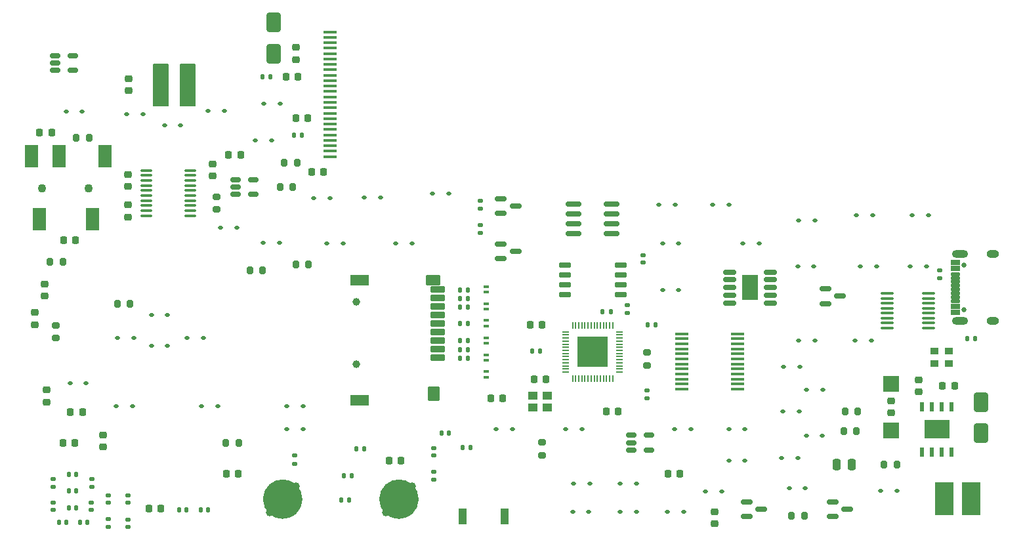
<source format=gbr>
%TF.GenerationSoftware,KiCad,Pcbnew,8.0.5-unknown-202409261835~48b9027842~ubuntu24.04.1*%
%TF.CreationDate,2024-09-28T03:00:05+08:00*%
%TF.ProjectId,EL6170_Pro_Max_Plus,454c3631-3730-45f5-9072-6f5f4d61785f,rev?*%
%TF.SameCoordinates,Original*%
%TF.FileFunction,Soldermask,Top*%
%TF.FilePolarity,Negative*%
%FSLAX46Y46*%
G04 Gerber Fmt 4.6, Leading zero omitted, Abs format (unit mm)*
G04 Created by KiCad (PCBNEW 8.0.5-unknown-202409261835~48b9027842~ubuntu24.04.1) date 2024-09-28 03:00:05*
%MOMM*%
%LPD*%
G01*
G04 APERTURE LIST*
G04 Aperture macros list*
%AMRoundRect*
0 Rectangle with rounded corners*
0 $1 Rounding radius*
0 $2 $3 $4 $5 $6 $7 $8 $9 X,Y pos of 4 corners*
0 Add a 4 corners polygon primitive as box body*
4,1,4,$2,$3,$4,$5,$6,$7,$8,$9,$2,$3,0*
0 Add four circle primitives for the rounded corners*
1,1,$1+$1,$2,$3*
1,1,$1+$1,$4,$5*
1,1,$1+$1,$6,$7*
1,1,$1+$1,$8,$9*
0 Add four rect primitives between the rounded corners*
20,1,$1+$1,$2,$3,$4,$5,0*
20,1,$1+$1,$4,$5,$6,$7,0*
20,1,$1+$1,$6,$7,$8,$9,0*
20,1,$1+$1,$8,$9,$2,$3,0*%
G04 Aperture macros list end*
%ADD10C,2.550000*%
%ADD11RoundRect,0.200000X0.200000X0.275000X-0.200000X0.275000X-0.200000X-0.275000X0.200000X-0.275000X0*%
%ADD12RoundRect,0.112500X0.187500X0.112500X-0.187500X0.112500X-0.187500X-0.112500X0.187500X-0.112500X0*%
%ADD13R,1.800000X3.000000*%
%ADD14C,1.100000*%
%ADD15RoundRect,0.135000X0.135000X0.185000X-0.135000X0.185000X-0.135000X-0.185000X0.135000X-0.185000X0*%
%ADD16RoundRect,0.112500X-0.187500X-0.112500X0.187500X-0.112500X0.187500X0.112500X-0.187500X0.112500X0*%
%ADD17RoundRect,0.140000X0.170000X-0.140000X0.170000X0.140000X-0.170000X0.140000X-0.170000X-0.140000X0*%
%ADD18RoundRect,0.150000X-0.587500X-0.150000X0.587500X-0.150000X0.587500X0.150000X-0.587500X0.150000X0*%
%ADD19RoundRect,0.225000X0.225000X0.250000X-0.225000X0.250000X-0.225000X-0.250000X0.225000X-0.250000X0*%
%ADD20RoundRect,0.147500X-0.147500X-0.172500X0.147500X-0.172500X0.147500X0.172500X-0.147500X0.172500X0*%
%ADD21RoundRect,0.218750X0.218750X0.256250X-0.218750X0.256250X-0.218750X-0.256250X0.218750X-0.256250X0*%
%ADD22RoundRect,0.100000X-0.637500X-0.100000X0.637500X-0.100000X0.637500X0.100000X-0.637500X0.100000X0*%
%ADD23RoundRect,0.225000X-0.250000X0.225000X-0.250000X-0.225000X0.250000X-0.225000X0.250000X0.225000X0*%
%ADD24RoundRect,0.147500X-0.172500X0.147500X-0.172500X-0.147500X0.172500X-0.147500X0.172500X0.147500X0*%
%ADD25RoundRect,0.135000X-0.185000X0.135000X-0.185000X-0.135000X0.185000X-0.135000X0.185000X0.135000X0*%
%ADD26RoundRect,0.140000X-0.140000X-0.170000X0.140000X-0.170000X0.140000X0.170000X-0.140000X0.170000X0*%
%ADD27RoundRect,0.225000X0.250000X-0.225000X0.250000X0.225000X-0.250000X0.225000X-0.250000X-0.225000X0*%
%ADD28C,1.000000*%
%ADD29RoundRect,0.101600X-0.800000X-0.350000X0.800000X-0.350000X0.800000X0.350000X-0.800000X0.350000X0*%
%ADD30RoundRect,0.101600X-0.800000X0.600000X-0.800000X-0.600000X0.800000X-0.600000X0.800000X0.600000X0*%
%ADD31RoundRect,0.101600X-1.100000X0.600000X-1.100000X-0.600000X1.100000X-0.600000X1.100000X0.600000X0*%
%ADD32RoundRect,0.101600X-0.700000X0.800000X-0.700000X-0.800000X0.700000X-0.800000X0.700000X0.800000X0*%
%ADD33RoundRect,0.225000X-0.225000X-0.250000X0.225000X-0.250000X0.225000X0.250000X-0.225000X0.250000X0*%
%ADD34RoundRect,0.200000X-0.200000X-0.275000X0.200000X-0.275000X0.200000X0.275000X-0.200000X0.275000X0*%
%ADD35RoundRect,0.140000X-0.170000X0.140000X-0.170000X-0.140000X0.170000X-0.140000X0.170000X0.140000X0*%
%ADD36RoundRect,0.050000X-0.300000X0.150000X-0.300000X-0.150000X0.300000X-0.150000X0.300000X0.150000X0*%
%ADD37RoundRect,0.150000X-0.512500X-0.150000X0.512500X-0.150000X0.512500X0.150000X-0.512500X0.150000X0*%
%ADD38RoundRect,0.150000X-0.825000X-0.150000X0.825000X-0.150000X0.825000X0.150000X-0.825000X0.150000X0*%
%ADD39RoundRect,0.140000X0.140000X0.170000X-0.140000X0.170000X-0.140000X-0.170000X0.140000X-0.170000X0*%
%ADD40RoundRect,0.135000X-0.135000X-0.185000X0.135000X-0.185000X0.135000X0.185000X-0.135000X0.185000X0*%
%ADD41RoundRect,0.135000X0.185000X-0.135000X0.185000X0.135000X-0.185000X0.135000X-0.185000X-0.135000X0*%
%ADD42R,2.400000X4.300000*%
%ADD43C,0.650000*%
%ADD44RoundRect,0.070000X-0.500000X0.150000X-0.500000X-0.150000X0.500000X-0.150000X0.500000X0.150000X0*%
%ADD45RoundRect,0.070000X0.500000X-0.150000X0.500000X0.150000X-0.500000X0.150000X-0.500000X-0.150000X0*%
%ADD46RoundRect,0.070000X-0.500000X0.300000X-0.500000X-0.300000X0.500000X-0.300000X0.500000X0.300000X0*%
%ADD47RoundRect,0.070000X0.500000X-0.300000X0.500000X0.300000X-0.500000X0.300000X-0.500000X-0.300000X0*%
%ADD48O,1.600000X1.000000*%
%ADD49O,2.100000X1.000000*%
%ADD50RoundRect,0.250000X0.650000X-1.000000X0.650000X1.000000X-0.650000X1.000000X-0.650000X-1.000000X0*%
%ADD51RoundRect,0.218750X-0.218750X-0.256250X0.218750X-0.256250X0.218750X0.256250X-0.218750X0.256250X0*%
%ADD52R,2.000000X2.000000*%
%ADD53RoundRect,0.200000X0.275000X-0.200000X0.275000X0.200000X-0.275000X0.200000X-0.275000X-0.200000X0*%
%ADD54R,1.000000X0.900000*%
%ADD55RoundRect,0.150000X-0.687500X-0.150000X0.687500X-0.150000X0.687500X0.150000X-0.687500X0.150000X0*%
%ADD56R,2.100000X3.300000*%
%ADD57RoundRect,0.100000X-0.712500X-0.100000X0.712500X-0.100000X0.712500X0.100000X-0.712500X0.100000X0*%
%ADD58RoundRect,0.200000X-0.275000X0.200000X-0.275000X-0.200000X0.275000X-0.200000X0.275000X0.200000X0*%
%ADD59RoundRect,0.101600X0.950000X-2.650000X0.950000X2.650000X-0.950000X2.650000X-0.950000X-2.650000X0*%
%ADD60R,1.750000X0.450000*%
%ADD61RoundRect,0.150000X-0.650000X-0.150000X0.650000X-0.150000X0.650000X0.150000X-0.650000X0.150000X0*%
%ADD62R,1.200000X1.100000*%
%ADD63R,1.800000X0.400000*%
%ADD64R,0.600000X1.200000*%
%ADD65R,3.300000X2.400000*%
%ADD66RoundRect,0.250000X-0.250000X-0.475000X0.250000X-0.475000X0.250000X0.475000X-0.250000X0.475000X0*%
%ADD67R,1.000000X2.000000*%
%ADD68RoundRect,0.050000X-0.350000X-0.050000X0.350000X-0.050000X0.350000X0.050000X-0.350000X0.050000X0*%
%ADD69RoundRect,0.050000X-0.050000X-0.350000X0.050000X-0.350000X0.050000X0.350000X-0.050000X0.350000X0*%
%ADD70R,4.000000X4.000000*%
G04 APERTURE END LIST*
%TO.C,SWRST1*%
D10*
X127275000Y-128000000D02*
G75*
G02*
X124725000Y-128000000I-1275000J0D01*
G01*
X124725000Y-128000000D02*
G75*
G02*
X127275000Y-128000000I1275000J0D01*
G01*
%TO.C,SWBOOT1*%
X142275000Y-128000000D02*
G75*
G02*
X139725000Y-128000000I-1275000J0D01*
G01*
X139725000Y-128000000D02*
G75*
G02*
X142275000Y-128000000I1275000J0D01*
G01*
%TD*%
D11*
%TO.C,R20*%
X123425000Y-98500000D03*
X121775000Y-98500000D03*
%TD*%
D12*
%TO.C,D41*%
X155650000Y-119000000D03*
X153550000Y-119000000D03*
%TD*%
D13*
%TO.C,CN1*%
X93570000Y-83770000D03*
X97170000Y-83770000D03*
X94570000Y-91830000D03*
X103070000Y-83770000D03*
X101470000Y-91830000D03*
D14*
X94970000Y-87850000D03*
X100970000Y-87850000D03*
%TD*%
D15*
%TO.C,R24*%
X149910000Y-101000000D03*
X148890000Y-101000000D03*
%TD*%
D16*
%TO.C,D54*%
X191350000Y-126600000D03*
X193450000Y-126600000D03*
%TD*%
D11*
%TO.C,R23*%
X205225000Y-123500000D03*
X203575000Y-123500000D03*
%TD*%
D17*
%TO.C,C25*%
X103500000Y-131560000D03*
X103500000Y-130600000D03*
%TD*%
D15*
%TO.C,R30*%
X149910000Y-109800000D03*
X148890000Y-109800000D03*
%TD*%
D18*
%TO.C,Q3*%
X196062500Y-100850000D03*
X196062500Y-102750000D03*
X197937500Y-101800000D03*
%TD*%
D19*
%TO.C,C7*%
X129275000Y-78800000D03*
X127725000Y-78800000D03*
%TD*%
D16*
%TO.C,D50*%
X126550000Y-116000000D03*
X128650000Y-116000000D03*
%TD*%
D20*
%TO.C,L2*%
X149230000Y-121300000D03*
X150200000Y-121300000D03*
%TD*%
D12*
%TO.C,D32*%
X176650000Y-90000000D03*
X174550000Y-90000000D03*
%TD*%
%TO.C,D31*%
X183600000Y-90000000D03*
X181500000Y-90000000D03*
%TD*%
D17*
%TO.C,C44*%
X106000000Y-131580000D03*
X106000000Y-130620000D03*
%TD*%
D21*
%TO.C,D4*%
X120587500Y-83600000D03*
X119012500Y-83600000D03*
%TD*%
D16*
%TO.C,D14*%
X130000000Y-89200000D03*
X132100000Y-89200000D03*
%TD*%
D11*
%TO.C,R18*%
X106325000Y-102800000D03*
X104675000Y-102800000D03*
%TD*%
D22*
%TO.C,U9*%
X108375000Y-85575000D03*
X108375000Y-86225000D03*
X108375000Y-86875000D03*
X108375000Y-87525000D03*
X108375000Y-88175000D03*
X108375000Y-88825000D03*
X108375000Y-89475000D03*
X108375000Y-90125000D03*
X108375000Y-90775000D03*
X108375000Y-91425000D03*
X114100000Y-91425000D03*
X114100000Y-90775000D03*
X114100000Y-90125000D03*
X114100000Y-89475000D03*
X114100000Y-88825000D03*
X114100000Y-88175000D03*
X114100000Y-87525000D03*
X114100000Y-86875000D03*
X114100000Y-86225000D03*
X114100000Y-85575000D03*
%TD*%
D23*
%TO.C,C4*%
X127700000Y-69725000D03*
X127700000Y-71275000D03*
%TD*%
D24*
%TO.C,L1*%
X145500000Y-121415000D03*
X145500000Y-122385000D03*
%TD*%
D16*
%TO.C,D20*%
X185400000Y-95000000D03*
X187500000Y-95000000D03*
%TD*%
D25*
%TO.C,R25*%
X170500000Y-102990000D03*
X170500000Y-104010000D03*
%TD*%
D19*
%TO.C,C22*%
X154375000Y-115000000D03*
X152825000Y-115000000D03*
%TD*%
%TO.C,C3*%
X127975000Y-73500000D03*
X126425000Y-73500000D03*
%TD*%
D12*
%TO.C,D33*%
X194650000Y-92000000D03*
X192550000Y-92000000D03*
%TD*%
D23*
%TO.C,C34*%
X95300000Y-100225000D03*
X95300000Y-101775000D03*
%TD*%
D26*
%TO.C,C20*%
X133920000Y-125000000D03*
X134880000Y-125000000D03*
%TD*%
D27*
%TO.C,C40*%
X204500000Y-116875000D03*
X204500000Y-115325000D03*
%TD*%
D28*
%TO.C,J2*%
X135500000Y-102550000D03*
X135500000Y-110550000D03*
D29*
X146000000Y-109750000D03*
X146000000Y-108650000D03*
X146000000Y-107550000D03*
X146000000Y-106450000D03*
X146000000Y-105350000D03*
X146000000Y-104250000D03*
X146000000Y-103150000D03*
X146000000Y-102050000D03*
X146000000Y-100950000D03*
D30*
X145400000Y-99750000D03*
D31*
X135900000Y-99750000D03*
X135900000Y-115250000D03*
D32*
X145500000Y-114350000D03*
%TD*%
D16*
%TO.C,D42*%
X162550000Y-119000000D03*
X164650000Y-119000000D03*
%TD*%
%TO.C,D39*%
X163400000Y-129600000D03*
X165500000Y-129600000D03*
%TD*%
D33*
%TO.C,C46*%
X167725000Y-116700000D03*
X169275000Y-116700000D03*
%TD*%
D34*
%TO.C,R17*%
X118675000Y-120700000D03*
X120325000Y-120700000D03*
%TD*%
D25*
%TO.C,R9*%
X151500000Y-89480000D03*
X151500000Y-90500000D03*
%TD*%
D16*
%TO.C,D63*%
X193550000Y-119800000D03*
X195650000Y-119800000D03*
%TD*%
D35*
%TO.C,C9*%
X96400000Y-125420000D03*
X96400000Y-126380000D03*
%TD*%
D26*
%TO.C,C16*%
X115440000Y-129400000D03*
X116400000Y-129400000D03*
%TD*%
D34*
%TO.C,R12*%
X126225000Y-84550000D03*
X127875000Y-84550000D03*
%TD*%
D27*
%TO.C,C35*%
X117000000Y-86275000D03*
X117000000Y-84725000D03*
%TD*%
D33*
%TO.C,C41*%
X211125000Y-113400000D03*
X212675000Y-113400000D03*
%TD*%
D12*
%TO.C,D15*%
X124600000Y-81700000D03*
X122500000Y-81700000D03*
%TD*%
D36*
%TO.C,D8*%
X152300000Y-102750000D03*
X152300000Y-103450000D03*
%TD*%
D17*
%TO.C,C10*%
X96400000Y-129380000D03*
X96400000Y-128420000D03*
%TD*%
D37*
%TO.C,U5*%
X170962500Y-119750000D03*
X170962500Y-120700000D03*
X170962500Y-121650000D03*
X173237500Y-121650000D03*
X173237500Y-119750000D03*
%TD*%
D25*
%TO.C,R6*%
X145500000Y-124490000D03*
X145500000Y-125510000D03*
%TD*%
D23*
%TO.C,C29*%
X106000000Y-86125000D03*
X106000000Y-87675000D03*
%TD*%
D12*
%TO.C,D26*%
X125600000Y-94900000D03*
X123500000Y-94900000D03*
%TD*%
D15*
%TO.C,R7*%
X174110000Y-105500000D03*
X173090000Y-105500000D03*
%TD*%
D16*
%TO.C,D44*%
X109050000Y-104200000D03*
X111150000Y-104200000D03*
%TD*%
D38*
%TO.C,U3*%
X163525000Y-89895000D03*
X163525000Y-91165000D03*
X163525000Y-92435000D03*
X163525000Y-93705000D03*
X168475000Y-93705000D03*
X168475000Y-92435000D03*
X168475000Y-91165000D03*
X168475000Y-89895000D03*
%TD*%
D16*
%TO.C,D61*%
X193600000Y-113900000D03*
X195700000Y-113900000D03*
%TD*%
D39*
%TO.C,C14*%
X99360000Y-129100000D03*
X98400000Y-129100000D03*
%TD*%
D16*
%TO.C,D38*%
X199850000Y-107500000D03*
X201950000Y-107500000D03*
%TD*%
D40*
%TO.C,R32*%
X167290000Y-103800000D03*
X168310000Y-103800000D03*
%TD*%
D12*
%TO.C,D24*%
X142700000Y-95000000D03*
X140600000Y-95000000D03*
%TD*%
D37*
%TO.C,U10*%
X96662500Y-70750000D03*
X96662500Y-71700000D03*
X96662500Y-72650000D03*
X98937500Y-72650000D03*
X98937500Y-70750000D03*
%TD*%
D41*
%TO.C,R8*%
X151500000Y-93610000D03*
X151500000Y-92590000D03*
%TD*%
D23*
%TO.C,C42*%
X208100000Y-112625000D03*
X208100000Y-114175000D03*
%TD*%
D42*
%TO.C,L6*%
X211400000Y-127900000D03*
X214800000Y-127900000D03*
%TD*%
D12*
%TO.C,D35*%
X107950000Y-78300000D03*
X105850000Y-78300000D03*
%TD*%
D36*
%TO.C,D10*%
X152300000Y-111550000D03*
X152300000Y-112250000D03*
%TD*%
D12*
%TO.C,D21*%
X177100000Y-95000000D03*
X175000000Y-95000000D03*
%TD*%
D36*
%TO.C,D7*%
X152300000Y-104950000D03*
X152300000Y-105650000D03*
%TD*%
D25*
%TO.C,R5*%
X127500000Y-122390000D03*
X127500000Y-123410000D03*
%TD*%
D43*
%TO.C,J1*%
X213938750Y-103590000D03*
X213938750Y-97810000D03*
D44*
X212833750Y-101950000D03*
X212833750Y-100950000D03*
D45*
X212833750Y-100450000D03*
X212833750Y-99450000D03*
X212833750Y-98950000D03*
X212833750Y-99950000D03*
D44*
X212833750Y-101450000D03*
X212833750Y-102450000D03*
D46*
X212833750Y-103925000D03*
D47*
X212833750Y-97475000D03*
D48*
X217588750Y-105018000D03*
D49*
X213408750Y-105018000D03*
X213408750Y-96382000D03*
D48*
X217588750Y-96382000D03*
D46*
X212833750Y-103150000D03*
D47*
X212833750Y-98250000D03*
%TD*%
D50*
%TO.C,D3*%
X124800000Y-70500000D03*
X124800000Y-66500000D03*
%TD*%
D40*
%TO.C,R2*%
X214290000Y-107300000D03*
X215310000Y-107300000D03*
%TD*%
D12*
%TO.C,D22*%
X177100000Y-101000000D03*
X175000000Y-101000000D03*
%TD*%
D34*
%TO.C,R13*%
X95975000Y-97400000D03*
X97625000Y-97400000D03*
%TD*%
D16*
%TO.C,D57*%
X175650000Y-129600000D03*
X177750000Y-129600000D03*
%TD*%
%TO.C,D43*%
X113650000Y-107200000D03*
X115750000Y-107200000D03*
%TD*%
D39*
%TO.C,C24*%
X99380000Y-124800000D03*
X98420000Y-124800000D03*
%TD*%
D16*
%TO.C,D56*%
X183550000Y-123000000D03*
X185650000Y-123000000D03*
%TD*%
D18*
%TO.C,Q4*%
X185862500Y-128350000D03*
X185862500Y-130250000D03*
X187737500Y-129300000D03*
%TD*%
D12*
%TO.C,D16*%
X112850000Y-79800000D03*
X110750000Y-79800000D03*
%TD*%
D16*
%TO.C,D47*%
X104550000Y-116000000D03*
X106650000Y-116000000D03*
%TD*%
D11*
%TO.C,R34*%
X200025000Y-119200000D03*
X198375000Y-119200000D03*
%TD*%
D15*
%TO.C,R26*%
X149910000Y-107500000D03*
X148890000Y-107500000D03*
%TD*%
D33*
%TO.C,C23*%
X158425000Y-112500000D03*
X159975000Y-112500000D03*
%TD*%
D51*
%TO.C,D1*%
X118725000Y-124700000D03*
X120300000Y-124700000D03*
%TD*%
D40*
%TO.C,R1*%
X127490000Y-81000000D03*
X128510000Y-81000000D03*
%TD*%
D12*
%TO.C,D29*%
X202650000Y-98000000D03*
X200550000Y-98000000D03*
%TD*%
D18*
%TO.C,Q5*%
X196962500Y-128350000D03*
X196962500Y-130250000D03*
X198837500Y-129300000D03*
%TD*%
D17*
%TO.C,C18*%
X106000000Y-128480000D03*
X106000000Y-127520000D03*
%TD*%
D19*
%TO.C,C28*%
X96175000Y-80700000D03*
X94625000Y-80700000D03*
%TD*%
D52*
%TO.C,BAT-1*%
X204500000Y-113100000D03*
%TD*%
D53*
%TO.C,R21*%
X159500000Y-122325000D03*
X159500000Y-120675000D03*
%TD*%
D26*
%TO.C,C13*%
X97120000Y-131000000D03*
X98080000Y-131000000D03*
%TD*%
D17*
%TO.C,C45*%
X103500000Y-128460000D03*
X103500000Y-127500000D03*
%TD*%
D23*
%TO.C,C1*%
X102800000Y-119725000D03*
X102800000Y-121275000D03*
%TD*%
D16*
%TO.C,D48*%
X183550000Y-119000000D03*
X185650000Y-119000000D03*
%TD*%
D28*
%TO.C,SWRST1*%
X124300000Y-129700000D03*
X127700000Y-126300000D03*
%TD*%
D17*
%TO.C,C12*%
X101300000Y-129380000D03*
X101300000Y-128420000D03*
%TD*%
D19*
%TO.C,C27*%
X99275000Y-94600000D03*
X97725000Y-94600000D03*
%TD*%
D16*
%TO.C,D36*%
X109050000Y-108200000D03*
X111150000Y-108200000D03*
%TD*%
%TO.C,D40*%
X192550000Y-107500000D03*
X194650000Y-107500000D03*
%TD*%
%TO.C,D64*%
X190350000Y-122700000D03*
X192450000Y-122700000D03*
%TD*%
%TO.C,D46*%
X98550000Y-113000000D03*
X100650000Y-113000000D03*
%TD*%
D15*
%TO.C,R28*%
X149910000Y-103200000D03*
X148890000Y-103200000D03*
%TD*%
D16*
%TO.C,D51*%
X126550000Y-119000000D03*
X128650000Y-119000000D03*
%TD*%
D27*
%TO.C,C31*%
X94000000Y-105475000D03*
X94000000Y-103925000D03*
%TD*%
D40*
%TO.C,R4*%
X133580000Y-128100000D03*
X134600000Y-128100000D03*
%TD*%
D54*
%TO.C,X2*%
X210080000Y-108920000D03*
X211920000Y-108920000D03*
X211920000Y-110480000D03*
X210080000Y-110480000D03*
%TD*%
D34*
%TO.C,R16*%
X125675000Y-87700000D03*
X127325000Y-87700000D03*
%TD*%
D19*
%TO.C,C6*%
X100175000Y-116800000D03*
X98625000Y-116800000D03*
%TD*%
D55*
%TO.C,U6*%
X183662500Y-98700000D03*
X183662500Y-99700000D03*
X183662500Y-100700000D03*
X183662500Y-101700000D03*
X183662500Y-102700000D03*
X188937500Y-102700000D03*
X188937500Y-101700000D03*
X188937500Y-100700000D03*
X188937500Y-99700000D03*
X188937500Y-98700000D03*
D56*
X186300000Y-100700000D03*
%TD*%
D12*
%TO.C,D49*%
X178650000Y-119000000D03*
X176550000Y-119000000D03*
%TD*%
D57*
%TO.C,U8*%
X204025000Y-101455000D03*
X204025000Y-102090000D03*
X204025000Y-102725000D03*
X204025000Y-103360000D03*
X204025000Y-103995000D03*
X204025000Y-104630000D03*
X204025000Y-105265000D03*
X204025000Y-105900000D03*
X209300000Y-105900000D03*
X209300000Y-105265000D03*
X209300000Y-104630000D03*
X209300000Y-103995000D03*
X209300000Y-103360000D03*
X209300000Y-102725000D03*
X209300000Y-102090000D03*
X209300000Y-101455000D03*
%TD*%
D53*
%TO.C,R19*%
X96700000Y-107225000D03*
X96700000Y-105575000D03*
%TD*%
D26*
%TO.C,C17*%
X112620000Y-129400000D03*
X113580000Y-129400000D03*
%TD*%
D58*
%TO.C,R10*%
X173000000Y-109075000D03*
X173000000Y-110725000D03*
%TD*%
D50*
%TO.C,D5*%
X216100000Y-119500000D03*
X216100000Y-115500000D03*
%TD*%
D33*
%TO.C,C2*%
X108725000Y-129200000D03*
X110275000Y-129200000D03*
%TD*%
D12*
%TO.C,D27*%
X120050000Y-93000000D03*
X117950000Y-93000000D03*
%TD*%
D16*
%TO.C,D59*%
X163550000Y-126000000D03*
X165650000Y-126000000D03*
%TD*%
D41*
%TO.C,R33*%
X173000000Y-115010000D03*
X173000000Y-113990000D03*
%TD*%
D59*
%TO.C,L5*%
X110300000Y-74600000D03*
X113700000Y-74600000D03*
%TD*%
D12*
%TO.C,D13*%
X138650000Y-89100000D03*
X136550000Y-89100000D03*
%TD*%
D34*
%TO.C,R15*%
X127675000Y-97700000D03*
X129325000Y-97700000D03*
%TD*%
D12*
%TO.C,D17*%
X100150000Y-78000000D03*
X98050000Y-78000000D03*
%TD*%
D16*
%TO.C,D23*%
X145350000Y-88600000D03*
X147450000Y-88600000D03*
%TD*%
D60*
%TO.C,U12*%
X177500000Y-106650000D03*
X177500000Y-107300000D03*
X177500000Y-107950000D03*
X177500000Y-108600000D03*
X177500000Y-109250000D03*
X177500000Y-109900000D03*
X177500000Y-110550000D03*
X177500000Y-111200000D03*
X177500000Y-111850000D03*
X177500000Y-112500000D03*
X177500000Y-113150000D03*
X177500000Y-113800000D03*
X184700000Y-113800000D03*
X184700000Y-113150000D03*
X184700000Y-112500000D03*
X184700000Y-111850000D03*
X184700000Y-111200000D03*
X184700000Y-110550000D03*
X184700000Y-109900000D03*
X184700000Y-109250000D03*
X184700000Y-108600000D03*
X184700000Y-107950000D03*
X184700000Y-107300000D03*
X184700000Y-106650000D03*
%TD*%
D61*
%TO.C,U4*%
X162400000Y-97795000D03*
X162400000Y-99065000D03*
X162400000Y-100335000D03*
X162400000Y-101605000D03*
X169600000Y-101605000D03*
X169600000Y-100335000D03*
X169600000Y-99065000D03*
X169600000Y-97795000D03*
%TD*%
D34*
%TO.C,R22*%
X191675000Y-130100000D03*
X193325000Y-130100000D03*
%TD*%
D23*
%TO.C,C32*%
X95500000Y-113925000D03*
X95500000Y-115475000D03*
%TD*%
D12*
%TO.C,D19*%
X202100000Y-91400000D03*
X200000000Y-91400000D03*
%TD*%
D19*
%TO.C,C33*%
X99175000Y-120700000D03*
X97625000Y-120700000D03*
%TD*%
D16*
%TO.C,D62*%
X190550000Y-116700000D03*
X192650000Y-116700000D03*
%TD*%
D62*
%TO.C,X1*%
X158250000Y-116150000D03*
X160150000Y-116150000D03*
X160150000Y-114650000D03*
X158250000Y-114650000D03*
%TD*%
D12*
%TO.C,D25*%
X133800000Y-95000000D03*
X131700000Y-95000000D03*
%TD*%
D36*
%TO.C,D11*%
X152300000Y-109400000D03*
X152300000Y-110100000D03*
%TD*%
D51*
%TO.C,D2*%
X157912500Y-105500000D03*
X159487500Y-105500000D03*
%TD*%
D17*
%TO.C,C11*%
X101400000Y-126380000D03*
X101400000Y-125420000D03*
%TD*%
D26*
%TO.C,C19*%
X99820000Y-131000000D03*
X100780000Y-131000000D03*
%TD*%
D16*
%TO.C,D53*%
X180550000Y-127000000D03*
X182650000Y-127000000D03*
%TD*%
D63*
%TO.C,SH1*%
X132150000Y-83800000D03*
X132150000Y-83100000D03*
X132150000Y-82400000D03*
X132150000Y-81700000D03*
X132150000Y-81000000D03*
X132150000Y-80300000D03*
X132150000Y-79600000D03*
X132150000Y-78900000D03*
X132150000Y-78200000D03*
X132150000Y-77500000D03*
X132150000Y-76800000D03*
X132150000Y-76100000D03*
X132150000Y-75400000D03*
X132150000Y-74700000D03*
X132150000Y-74000000D03*
X132150000Y-73300000D03*
X132150000Y-72600000D03*
X132150000Y-71900000D03*
X132150000Y-71200000D03*
X132150000Y-70500000D03*
X132150000Y-69800000D03*
X132150000Y-69100000D03*
X132150000Y-68400000D03*
X132150000Y-67700000D03*
%TD*%
D19*
%TO.C,C43*%
X177250000Y-124700000D03*
X175700000Y-124700000D03*
%TD*%
D16*
%TO.C,D58*%
X169550000Y-126000000D03*
X171650000Y-126000000D03*
%TD*%
D26*
%TO.C,C8*%
X146520000Y-119500000D03*
X147480000Y-119500000D03*
%TD*%
D64*
%TO.C,U11*%
X208515000Y-121910000D03*
X209785000Y-121910000D03*
X211065000Y-121910000D03*
X212335000Y-121910000D03*
X212335000Y-116090000D03*
X211065000Y-116090000D03*
X209785000Y-116090000D03*
X208515000Y-116090000D03*
D65*
X210425000Y-119000000D03*
%TD*%
D18*
%TO.C,Q1*%
X154162500Y-89250000D03*
X154162500Y-91150000D03*
X156037500Y-90200000D03*
%TD*%
D34*
%TO.C,R14*%
X99350000Y-81400000D03*
X101000000Y-81400000D03*
%TD*%
D16*
%TO.C,D12*%
X123550000Y-77000000D03*
X125650000Y-77000000D03*
%TD*%
D11*
%TO.C,R35*%
X200225000Y-116700000D03*
X198575000Y-116700000D03*
%TD*%
D16*
%TO.C,D45*%
X115550000Y-116000000D03*
X117650000Y-116000000D03*
%TD*%
D19*
%TO.C,C5*%
X131275000Y-85800000D03*
X129725000Y-85800000D03*
%TD*%
D12*
%TO.C,D37*%
X106800000Y-107200000D03*
X104700000Y-107200000D03*
%TD*%
D41*
%TO.C,R3*%
X210800000Y-99520000D03*
X210800000Y-98500000D03*
%TD*%
D37*
%TO.C,U2*%
X119900000Y-86750000D03*
X119900000Y-87700000D03*
X119900000Y-88650000D03*
X122175000Y-88650000D03*
X122175000Y-86750000D03*
%TD*%
D12*
%TO.C,D34*%
X118450000Y-77900000D03*
X116350000Y-77900000D03*
%TD*%
D28*
%TO.C,SWBOOT1*%
X139300000Y-129700000D03*
X142700000Y-126300000D03*
%TD*%
D26*
%TO.C,C26*%
X123420000Y-73500000D03*
X124380000Y-73500000D03*
%TD*%
D20*
%TO.C,L4*%
X158215000Y-108900000D03*
X159185000Y-108900000D03*
%TD*%
D15*
%TO.C,R31*%
X149910000Y-108700000D03*
X148890000Y-108700000D03*
%TD*%
D18*
%TO.C,Q2*%
X154162500Y-95050000D03*
X154162500Y-96950000D03*
X156037500Y-96000000D03*
%TD*%
D66*
%TO.C,C39*%
X197500000Y-123500000D03*
X199400000Y-123500000D03*
%TD*%
D36*
%TO.C,D6*%
X152300000Y-107200000D03*
X152300000Y-107900000D03*
%TD*%
D33*
%TO.C,C36*%
X139725000Y-123000000D03*
X141275000Y-123000000D03*
%TD*%
D16*
%TO.C,D52*%
X169550000Y-129600000D03*
X171650000Y-129600000D03*
%TD*%
%TO.C,D60*%
X190600000Y-110900000D03*
X192700000Y-110900000D03*
%TD*%
D67*
%TO.C,U7*%
X154600000Y-130200000D03*
X149200000Y-130200000D03*
%TD*%
D23*
%TO.C,C38*%
X181700000Y-129625000D03*
X181700000Y-131175000D03*
%TD*%
D68*
%TO.C,U1*%
X162550000Y-106400000D03*
X162550000Y-106800000D03*
X162550000Y-107200000D03*
X162550000Y-107600000D03*
X162550000Y-108000000D03*
X162550000Y-108400000D03*
X162550000Y-108800000D03*
X162550000Y-109200000D03*
X162550000Y-109600000D03*
X162550000Y-110000000D03*
X162550000Y-110400000D03*
X162550000Y-110800000D03*
X162550000Y-111200000D03*
X162550000Y-111600000D03*
D69*
X163400000Y-112450000D03*
X163800000Y-112450000D03*
X164200000Y-112450000D03*
X164600000Y-112450000D03*
X165000000Y-112450000D03*
X165400000Y-112450000D03*
X165800000Y-112450000D03*
X166200000Y-112450000D03*
X166600000Y-112450000D03*
X167000000Y-112450000D03*
X167400000Y-112450000D03*
X167800000Y-112450000D03*
X168200000Y-112450000D03*
X168600000Y-112450000D03*
D68*
X169450000Y-111600000D03*
X169450000Y-111200000D03*
X169450000Y-110800000D03*
X169450000Y-110400000D03*
X169450000Y-110000000D03*
X169450000Y-109600000D03*
X169450000Y-109200000D03*
X169450000Y-108800000D03*
X169450000Y-108400000D03*
X169450000Y-108000000D03*
X169450000Y-107600000D03*
X169450000Y-107200000D03*
X169450000Y-106800000D03*
X169450000Y-106400000D03*
D69*
X168600000Y-105550000D03*
X168200000Y-105550000D03*
X167800000Y-105550000D03*
X167400000Y-105550000D03*
X167000000Y-105550000D03*
X166600000Y-105550000D03*
X166200000Y-105550000D03*
X165800000Y-105550000D03*
X165400000Y-105550000D03*
X165000000Y-105550000D03*
X164600000Y-105550000D03*
X164200000Y-105550000D03*
X163800000Y-105550000D03*
X163400000Y-105550000D03*
D70*
X166000000Y-109000000D03*
%TD*%
D58*
%TO.C,R11*%
X117500000Y-88975000D03*
X117500000Y-90625000D03*
%TD*%
D16*
%TO.C,D18*%
X207250000Y-91400000D03*
X209350000Y-91400000D03*
%TD*%
D26*
%TO.C,C21*%
X98400000Y-126900000D03*
X99360000Y-126900000D03*
%TD*%
D23*
%TO.C,C30*%
X106000000Y-90025000D03*
X106000000Y-91575000D03*
%TD*%
D16*
%TO.C,D28*%
X206950000Y-98000000D03*
X209050000Y-98000000D03*
%TD*%
D27*
%TO.C,C37*%
X106100000Y-75275000D03*
X106100000Y-73725000D03*
%TD*%
D20*
%TO.C,L3*%
X135515000Y-121500000D03*
X136485000Y-121500000D03*
%TD*%
D17*
%TO.C,C15*%
X172500000Y-97480000D03*
X172500000Y-96520000D03*
%TD*%
D15*
%TO.C,R27*%
X149910000Y-105300000D03*
X148890000Y-105300000D03*
%TD*%
D12*
%TO.C,D30*%
X194550000Y-98000000D03*
X192450000Y-98000000D03*
%TD*%
D52*
%TO.C,BAT+1*%
X204500000Y-119100000D03*
%TD*%
D16*
%TO.C,D55*%
X203150000Y-126900000D03*
X205250000Y-126900000D03*
%TD*%
D36*
%TO.C,D9*%
X152300000Y-100550000D03*
X152300000Y-101250000D03*
%TD*%
D15*
%TO.C,R29*%
X149910000Y-102100000D03*
X148890000Y-102100000D03*
%TD*%
M02*

</source>
